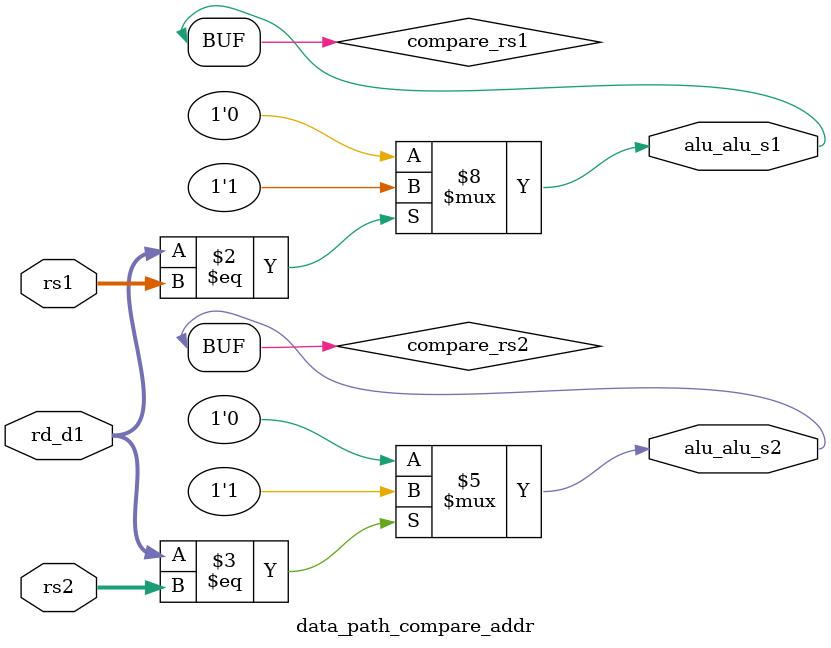
<source format=v>
module data_path_compare_addr(alu_alu_s1,alu_alu_s2,rd_d1,rs1,rs2);
input [4:0] rd_d1,rs1,rs2;
output alu_alu_s2,alu_alu_s1;
reg compare_rs1,compare_rs2;

always@(*)
begin
if(rd_d1 == rs1) compare_rs1 = 1 ;
else compare_rs1 = 0;

if(rd_d1 == rs2) compare_rs2 =1;
else compare_rs2 = 0;
end

assign alu_alu_s1 = compare_rs1;
assign alu_alu_s2 = compare_rs2;
endmodule


</source>
